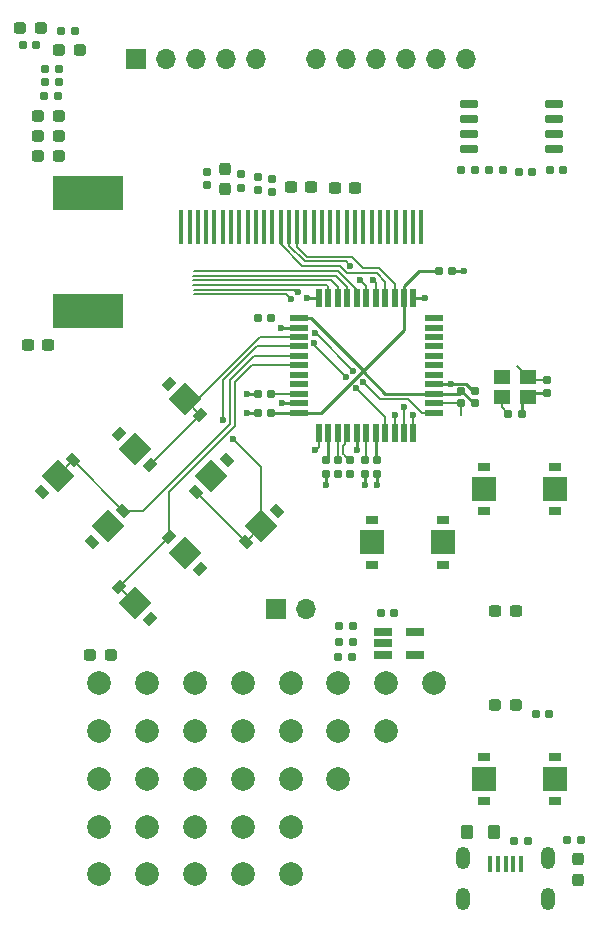
<source format=gbr>
%TF.GenerationSoftware,KiCad,Pcbnew,(6.0.5)*%
%TF.CreationDate,2023-05-01T10:01:18+02:00*%
%TF.ProjectId,arduboy_AS_flavor,61726475-626f-4795-9f41-535f666c6176,rev?*%
%TF.SameCoordinates,Original*%
%TF.FileFunction,Copper,L1,Top*%
%TF.FilePolarity,Positive*%
%FSLAX46Y46*%
G04 Gerber Fmt 4.6, Leading zero omitted, Abs format (unit mm)*
G04 Created by KiCad (PCBNEW (6.0.5)) date 2023-05-01 10:01:18*
%MOMM*%
%LPD*%
G01*
G04 APERTURE LIST*
G04 Aperture macros list*
%AMRoundRect*
0 Rectangle with rounded corners*
0 $1 Rounding radius*
0 $2 $3 $4 $5 $6 $7 $8 $9 X,Y pos of 4 corners*
0 Add a 4 corners polygon primitive as box body*
4,1,4,$2,$3,$4,$5,$6,$7,$8,$9,$2,$3,0*
0 Add four circle primitives for the rounded corners*
1,1,$1+$1,$2,$3*
1,1,$1+$1,$4,$5*
1,1,$1+$1,$6,$7*
1,1,$1+$1,$8,$9*
0 Add four rect primitives between the rounded corners*
20,1,$1+$1,$2,$3,$4,$5,0*
20,1,$1+$1,$4,$5,$6,$7,0*
20,1,$1+$1,$6,$7,$8,$9,0*
20,1,$1+$1,$8,$9,$2,$3,0*%
%AMRotRect*
0 Rectangle, with rotation*
0 The origin of the aperture is its center*
0 $1 length*
0 $2 width*
0 $3 Rotation angle, in degrees counterclockwise*
0 Add horizontal line*
21,1,$1,$2,0,0,$3*%
G04 Aperture macros list end*
%TA.AperFunction,SMDPad,CuDef*%
%ADD10R,0.550000X1.500000*%
%TD*%
%TA.AperFunction,SMDPad,CuDef*%
%ADD11R,1.500000X0.550000*%
%TD*%
%TA.AperFunction,SMDPad,CuDef*%
%ADD12RoundRect,0.155000X-0.155000X0.212500X-0.155000X-0.212500X0.155000X-0.212500X0.155000X0.212500X0*%
%TD*%
%TA.AperFunction,SMDPad,CuDef*%
%ADD13RoundRect,0.155000X-0.212500X-0.155000X0.212500X-0.155000X0.212500X0.155000X-0.212500X0.155000X0*%
%TD*%
%TA.AperFunction,SMDPad,CuDef*%
%ADD14RoundRect,0.155000X0.155000X-0.212500X0.155000X0.212500X-0.155000X0.212500X-0.155000X-0.212500X0*%
%TD*%
%TA.AperFunction,SMDPad,CuDef*%
%ADD15RoundRect,0.237500X-0.300000X-0.237500X0.300000X-0.237500X0.300000X0.237500X-0.300000X0.237500X0*%
%TD*%
%TA.AperFunction,SMDPad,CuDef*%
%ADD16RoundRect,0.155000X0.212500X0.155000X-0.212500X0.155000X-0.212500X-0.155000X0.212500X-0.155000X0*%
%TD*%
%TA.AperFunction,SMDPad,CuDef*%
%ADD17RoundRect,0.237500X0.287500X0.237500X-0.287500X0.237500X-0.287500X-0.237500X0.287500X-0.237500X0*%
%TD*%
%TA.AperFunction,SMDPad,CuDef*%
%ADD18RoundRect,0.237500X0.237500X-0.287500X0.237500X0.287500X-0.237500X0.287500X-0.237500X-0.287500X0*%
%TD*%
%TA.AperFunction,SMDPad,CuDef*%
%ADD19RoundRect,0.237500X-0.287500X-0.237500X0.287500X-0.237500X0.287500X0.237500X-0.287500X0.237500X0*%
%TD*%
%TA.AperFunction,SMDPad,CuDef*%
%ADD20RoundRect,0.250000X-0.275000X-0.350000X0.275000X-0.350000X0.275000X0.350000X-0.275000X0.350000X0*%
%TD*%
%TA.AperFunction,ComponentPad*%
%ADD21O,1.700000X1.700000*%
%TD*%
%TA.AperFunction,ComponentPad*%
%ADD22R,1.700000X1.700000*%
%TD*%
%TA.AperFunction,SMDPad,CuDef*%
%ADD23RoundRect,0.237500X0.237500X-0.300000X0.237500X0.300000X-0.237500X0.300000X-0.237500X-0.300000X0*%
%TD*%
%TA.AperFunction,SMDPad,CuDef*%
%ADD24RoundRect,0.150000X-0.650000X-0.150000X0.650000X-0.150000X0.650000X0.150000X-0.650000X0.150000X0*%
%TD*%
%TA.AperFunction,SMDPad,CuDef*%
%ADD25R,1.560000X0.650000*%
%TD*%
%TA.AperFunction,SMDPad,CuDef*%
%ADD26R,1.000000X0.750000*%
%TD*%
%TA.AperFunction,SMDPad,CuDef*%
%ADD27R,2.000000X2.000000*%
%TD*%
%TA.AperFunction,SMDPad,CuDef*%
%ADD28RotRect,2.000000X2.000000X225.000000*%
%TD*%
%TA.AperFunction,SMDPad,CuDef*%
%ADD29RotRect,1.000000X0.750000X225.000000*%
%TD*%
%TA.AperFunction,SMDPad,CuDef*%
%ADD30RotRect,1.000000X0.750000X315.000000*%
%TD*%
%TA.AperFunction,SMDPad,CuDef*%
%ADD31RotRect,2.000000X2.000000X315.000000*%
%TD*%
%TA.AperFunction,SMDPad,CuDef*%
%ADD32RotRect,1.000000X0.750000X135.000000*%
%TD*%
%TA.AperFunction,SMDPad,CuDef*%
%ADD33RotRect,2.000000X2.000000X135.000000*%
%TD*%
%TA.AperFunction,SMDPad,CuDef*%
%ADD34RotRect,1.000000X0.750000X45.000000*%
%TD*%
%TA.AperFunction,SMDPad,CuDef*%
%ADD35RotRect,2.000000X2.000000X45.000000*%
%TD*%
%TA.AperFunction,SMDPad,CuDef*%
%ADD36R,0.350000X3.000000*%
%TD*%
%TA.AperFunction,SMDPad,CuDef*%
%ADD37R,0.400000X1.400000*%
%TD*%
%TA.AperFunction,ComponentPad*%
%ADD38O,1.250000X1.900000*%
%TD*%
%TA.AperFunction,SMDPad,CuDef*%
%ADD39R,1.400000X1.200000*%
%TD*%
%TA.AperFunction,SMDPad,CuDef*%
%ADD40R,6.000000X3.000000*%
%TD*%
%TA.AperFunction,SMDPad,CuDef*%
%ADD41C,2.000000*%
%TD*%
%TA.AperFunction,ViaPad*%
%ADD42C,0.600000*%
%TD*%
%TA.AperFunction,Conductor*%
%ADD43C,0.200000*%
%TD*%
%TA.AperFunction,Conductor*%
%ADD44C,0.250000*%
%TD*%
G04 APERTURE END LIST*
D10*
%TO.P,U1,1,PE6*%
%TO.N,Btn_A*%
X48500000Y-63700000D03*
%TO.P,U1,2,UVCC*%
%TO.N,+5V*%
X49300000Y-63700000D03*
%TO.P,U1,3,D-*%
%TO.N,D-*%
X50100000Y-63700000D03*
%TO.P,U1,4,D+*%
%TO.N,D+*%
X50900000Y-63700000D03*
%TO.P,U1,5,UGND*%
%TO.N,GND*%
X51700000Y-63700000D03*
%TO.P,U1,6,UCAP*%
%TO.N,UCAP*%
X52500000Y-63700000D03*
%TO.P,U1,7,VBUS*%
%TO.N,+5V*%
X53300000Y-63700000D03*
%TO.P,U1,8,PB0*%
%TO.N,RX_LED*%
X54100000Y-63700000D03*
%TO.P,U1,9,PB1*%
%TO.N,SCK*%
X54900000Y-63700000D03*
%TO.P,U1,10,PB2*%
%TO.N,MOSI*%
X55700000Y-63700000D03*
%TO.P,U1,11,PB3*%
%TO.N,MISO*%
X56500000Y-63700000D03*
D11*
%TO.P,U1,12,PB7*%
%TO.N,LED_G*%
X58200000Y-62000000D03*
%TO.P,U1,13,~{RESET}*%
%TO.N,RST*%
X58200000Y-61200000D03*
%TO.P,U1,14,VCC*%
%TO.N,VCC*%
X58200000Y-60400000D03*
%TO.P,U1,15,GND*%
%TO.N,GND*%
X58200000Y-59600000D03*
%TO.P,U1,16,XTAL2*%
%TO.N,XTAL2*%
X58200000Y-58800000D03*
%TO.P,U1,17,XTAL1*%
%TO.N,XTAL1*%
X58200000Y-58000000D03*
%TO.P,U1,18,PD0*%
%TO.N,SCL*%
X58200000Y-57200000D03*
%TO.P,U1,19,PD1*%
%TO.N,SDA+FCS*%
X58200000Y-56400000D03*
%TO.P,U1,20,PD2*%
%TO.N,RX*%
X58200000Y-55600000D03*
%TO.P,U1,21,PD3*%
%TO.N,TX*%
X58200000Y-54800000D03*
%TO.P,U1,22,PD5*%
%TO.N,TX_LED*%
X58200000Y-54000000D03*
D10*
%TO.P,U1,23,GND*%
%TO.N,GND*%
X56500000Y-52300000D03*
%TO.P,U1,24,AVCC*%
%TO.N,VCC*%
X55700000Y-52300000D03*
%TO.P,U1,25,PD4*%
%TO.N,OLED_DC*%
X54900000Y-52300000D03*
%TO.P,U1,26,PD6*%
%TO.N,OLED_CS*%
X54100000Y-52300000D03*
%TO.P,U1,27,PD7*%
%TO.N,OLED_RST*%
X53300000Y-52300000D03*
%TO.P,U1,28,PB4*%
%TO.N,Btn_B*%
X52500000Y-52300000D03*
%TO.P,U1,29,PB5*%
%TO.N,LED_B*%
X51700000Y-52300000D03*
%TO.P,U1,30,PB6*%
%TO.N,LED_R*%
X50900000Y-52300000D03*
%TO.P,U1,31,PC6*%
%TO.N,SPKR1*%
X50100000Y-52300000D03*
%TO.P,U1,32,PC7*%
%TO.N,SPKR2*%
X49300000Y-52300000D03*
%TO.P,U1,33,~{HWB}/PE2*%
%TO.N,GND*%
X48500000Y-52300000D03*
D11*
%TO.P,U1,34,VCC*%
%TO.N,VCC*%
X46800000Y-54000000D03*
%TO.P,U1,35,GND*%
%TO.N,GND*%
X46800000Y-54800000D03*
%TO.P,U1,36,PF7*%
%TO.N,Btn_UP*%
X46800000Y-55600000D03*
%TO.P,U1,37,PF6*%
%TO.N,Btn_RIGHT*%
X46800000Y-56400000D03*
%TO.P,U1,38,PF5*%
%TO.N,Btn_LEFT*%
X46800000Y-57200000D03*
%TO.P,U1,39,PF4*%
%TO.N,Btn_DOWN*%
X46800000Y-58000000D03*
%TO.P,U1,40,PF1*%
%TO.N,EN*%
X46800000Y-58800000D03*
%TO.P,U1,41,PF0*%
%TO.N,A5*%
X46800000Y-59600000D03*
%TO.P,U1,42,AREF*%
%TO.N,AREF*%
X46800000Y-60400000D03*
%TO.P,U1,43,GND*%
%TO.N,GND*%
X46800000Y-61200000D03*
%TO.P,U1,44,AVCC*%
%TO.N,VCC*%
X46800000Y-62000000D03*
%TD*%
D12*
%TO.P,C2,1*%
%TO.N,XTAL1*%
X67800000Y-59232500D03*
%TO.P,C2,2*%
%TO.N,GND*%
X67800000Y-60367500D03*
%TD*%
D13*
%TO.P,C3,1*%
%TO.N,XTAL2*%
X64532500Y-62100000D03*
%TO.P,C3,2*%
%TO.N,GND*%
X65667500Y-62100000D03*
%TD*%
%TO.P,C4,1*%
%TO.N,VCC*%
X68032500Y-41500000D03*
%TO.P,C4,2*%
%TO.N,GND*%
X69167500Y-41500000D03*
%TD*%
D14*
%TO.P,C5,1*%
%TO.N,Net-(C5-Pad1)*%
X39000000Y-42767500D03*
%TO.P,C5,2*%
%TO.N,Net-(C5-Pad2)*%
X39000000Y-41632500D03*
%TD*%
%TO.P,C6,1*%
%TO.N,Net-(C6-Pad1)*%
X41900000Y-42967500D03*
%TO.P,C6,2*%
%TO.N,Net-(C6-Pad2)*%
X41900000Y-41832500D03*
%TD*%
D15*
%TO.P,C7,1*%
%TO.N,VCC*%
X63437500Y-78800000D03*
%TO.P,C7,2*%
%TO.N,GND*%
X65162500Y-78800000D03*
%TD*%
D14*
%TO.P,C10,1*%
%TO.N,VCC*%
X43300000Y-43167500D03*
%TO.P,C10,2*%
%TO.N,GND*%
X43300000Y-42032500D03*
%TD*%
%TO.P,C11,1*%
%TO.N,VCC*%
X44500000Y-43367500D03*
%TO.P,C11,2*%
%TO.N,GND*%
X44500000Y-42232500D03*
%TD*%
D13*
%TO.P,C12,1*%
%TO.N,+BATT*%
X53732500Y-79000000D03*
%TO.P,C12,2*%
%TO.N,GND*%
X54867500Y-79000000D03*
%TD*%
%TO.P,C13,1*%
%TO.N,+5V*%
X50132500Y-82700000D03*
%TO.P,C13,2*%
%TO.N,GND*%
X51267500Y-82700000D03*
%TD*%
D15*
%TO.P,C14,1*%
%TO.N,Net-(C14-Pad1)*%
X46137500Y-42900000D03*
%TO.P,C14,2*%
%TO.N,GND*%
X47862500Y-42900000D03*
%TD*%
%TO.P,C15,1*%
%TO.N,Net-(C15-Pad1)*%
X49837500Y-43000000D03*
%TO.P,C15,2*%
%TO.N,GND*%
X51562500Y-43000000D03*
%TD*%
D16*
%TO.P,C16,1*%
%TO.N,AREF*%
X44467500Y-60400000D03*
%TO.P,C16,2*%
%TO.N,GND*%
X43332500Y-60400000D03*
%TD*%
D12*
%TO.P,C17,1*%
%TO.N,+5V*%
X49100000Y-66032500D03*
%TO.P,C17,2*%
%TO.N,GND*%
X49100000Y-67167500D03*
%TD*%
D16*
%TO.P,C19,1*%
%TO.N,VCC*%
X44467500Y-62000000D03*
%TO.P,C19,2*%
%TO.N,GND*%
X43332500Y-62000000D03*
%TD*%
D13*
%TO.P,C20,1*%
%TO.N,VCC*%
X60532500Y-60200000D03*
%TO.P,C20,2*%
%TO.N,GND*%
X61667500Y-60200000D03*
%TD*%
%TO.P,C21,1*%
%TO.N,VCC*%
X58632500Y-50000000D03*
%TO.P,C21,2*%
%TO.N,GND*%
X59767500Y-50000000D03*
%TD*%
D16*
%TO.P,C22,1*%
%TO.N,VCC*%
X44467500Y-54000000D03*
%TO.P,C22,2*%
%TO.N,GND*%
X43332500Y-54000000D03*
%TD*%
D13*
%TO.P,C27,1*%
%TO.N,+5V*%
X65032500Y-98300000D03*
%TO.P,C27,2*%
%TO.N,GND*%
X66167500Y-98300000D03*
%TD*%
D17*
%TO.P,D2,1,K*%
%TO.N,Net-(D2-Pad1)*%
X26475000Y-40300000D03*
%TO.P,D2,2,A*%
%TO.N,VCC*%
X24725000Y-40300000D03*
%TD*%
D18*
%TO.P,D5,1,K*%
%TO.N,GND*%
X70400000Y-101575000D03*
%TO.P,D5,2,A*%
%TO.N,Net-(D5-Pad2)*%
X70400000Y-99825000D03*
%TD*%
D19*
%TO.P,D6,1,K*%
%TO.N,GND*%
X63425000Y-86800000D03*
%TO.P,D6,2,A*%
%TO.N,Net-(D6-Pad2)*%
X65175000Y-86800000D03*
%TD*%
%TO.P,D9,1,K*%
%TO.N,GND*%
X26525000Y-31300000D03*
%TO.P,D9,2,A*%
%TO.N,Net-(D9-Pad2)*%
X28275000Y-31300000D03*
%TD*%
D20*
%TO.P,FB1,1*%
%TO.N,+5V*%
X61050000Y-97500000D03*
%TO.P,FB1,2*%
%TO.N,VBUS*%
X63350000Y-97500000D03*
%TD*%
D21*
%TO.P,J2,1,Pin_1*%
%TO.N,VCC*%
X60970000Y-32100000D03*
%TO.P,J2,2,Pin_2*%
%TO.N,GND*%
X58430000Y-32100000D03*
%TO.P,J2,3,Pin_3*%
%TO.N,RST*%
X55890000Y-32100000D03*
%TO.P,J2,4,Pin_4*%
%TO.N,SCLK*%
X53350000Y-32100000D03*
%TO.P,J2,5,Pin_5*%
%TO.N,MOSI*%
X50810000Y-32100000D03*
%TO.P,J2,6,Pin_6*%
%TO.N,MISO*%
X48270000Y-32100000D03*
%TO.P,J2,8,Pin_8*%
%TO.N,A5*%
X43190000Y-32100000D03*
%TO.P,J2,9,Pin_9*%
%TO.N,RX*%
X40650000Y-32100000D03*
%TO.P,J2,10,Pin_10*%
%TO.N,SCL*%
X38110000Y-32100000D03*
%TO.P,J2,11,Pin_11*%
%TO.N,SDA+FCS*%
X35570000Y-32100000D03*
D22*
%TO.P,J2,12,Pin_12*%
%TO.N,TX*%
X33030000Y-32100000D03*
%TD*%
D16*
%TO.P,R1,1*%
%TO.N,VCC*%
X61667500Y-61200000D03*
%TO.P,R1,2*%
%TO.N,RST*%
X60532500Y-61200000D03*
%TD*%
D13*
%TO.P,R2,1*%
%TO.N,VCC*%
X60532500Y-41500000D03*
%TO.P,R2,2*%
%TO.N,SDA+FCS*%
X61667500Y-41500000D03*
%TD*%
%TO.P,R3,1*%
%TO.N,VCC*%
X65432500Y-41600000D03*
%TO.P,R3,2*%
%TO.N,/~{WP}*%
X66567500Y-41600000D03*
%TD*%
%TO.P,R4,1*%
%TO.N,VCC*%
X62932500Y-41500000D03*
%TO.P,R4,2*%
%TO.N,/~{HOLD}*%
X64067500Y-41500000D03*
%TD*%
%TO.P,R6,1*%
%TO.N,+5V*%
X69532500Y-98200000D03*
%TO.P,R6,2*%
%TO.N,Net-(D5-Pad2)*%
X70667500Y-98200000D03*
%TD*%
%TO.P,R7,1*%
%TO.N,VCC*%
X66832500Y-87500000D03*
%TO.P,R7,2*%
%TO.N,Net-(D6-Pad2)*%
X67967500Y-87500000D03*
%TD*%
%TO.P,R9,1*%
%TO.N,Net-(D2-Pad1)*%
X25232500Y-35200000D03*
%TO.P,R9,2*%
%TO.N,LED_R*%
X26367500Y-35200000D03*
%TD*%
%TO.P,R10,1*%
%TO.N,Net-(D3-Pad1)*%
X25332500Y-32900000D03*
%TO.P,R10,2*%
%TO.N,LED_G*%
X26467500Y-32900000D03*
%TD*%
%TO.P,R11,1*%
%TO.N,Net-(D4-Pad1)*%
X25332500Y-34000000D03*
%TO.P,R11,2*%
%TO.N,LED_B*%
X26467500Y-34000000D03*
%TD*%
%TO.P,R12,1*%
%TO.N,+5V*%
X50232500Y-80100000D03*
%TO.P,R12,2*%
%TO.N,Net-(D7-Pad2)*%
X51367500Y-80100000D03*
%TD*%
%TO.P,R13,1*%
%TO.N,RX_LED*%
X23432500Y-30900000D03*
%TO.P,R13,2*%
%TO.N,Net-(D8-Pad2)*%
X24567500Y-30900000D03*
%TD*%
%TO.P,R14,1*%
%TO.N,TX_LED*%
X26665000Y-29700000D03*
%TO.P,R14,2*%
%TO.N,Net-(D9-Pad2)*%
X27800000Y-29700000D03*
%TD*%
D15*
%TO.P,R15,1*%
%TO.N,SPKR1*%
X23837500Y-56300000D03*
%TO.P,R15,2*%
%TO.N,Net-(JP1-Pad2)*%
X25562500Y-56300000D03*
%TD*%
D13*
%TO.P,R16,1*%
%TO.N,Net-(R16-Pad1)*%
X50232500Y-81400000D03*
%TO.P,R16,2*%
%TO.N,GND*%
X51367500Y-81400000D03*
%TD*%
D23*
%TO.P,R17,1*%
%TO.N,Net-(J1-Pad26)*%
X40500000Y-43062500D03*
%TO.P,R17,2*%
%TO.N,GND*%
X40500000Y-41337500D03*
%TD*%
D14*
%TO.P,R20,1*%
%TO.N,/USB_D+*%
X51100000Y-67167500D03*
%TO.P,R20,2*%
%TO.N,D+*%
X51100000Y-66032500D03*
%TD*%
%TO.P,R21,1*%
%TO.N,/USB_D-*%
X50100000Y-67167500D03*
%TO.P,R21,2*%
%TO.N,D-*%
X50100000Y-66032500D03*
%TD*%
D24*
%TO.P,U2,1,~{CS}*%
%TO.N,SDA+FCS*%
X61200000Y-35895000D03*
%TO.P,U2,2,DO(IO1)*%
%TO.N,MISO*%
X61200000Y-37165000D03*
%TO.P,U2,3,IO2*%
%TO.N,/~{WP}*%
X61200000Y-38435000D03*
%TO.P,U2,4,GND*%
%TO.N,GND*%
X61200000Y-39705000D03*
%TO.P,U2,5,DI(IO0)*%
%TO.N,MOSI*%
X68400000Y-39705000D03*
%TO.P,U2,6,CLK*%
%TO.N,SCLK*%
X68400000Y-38435000D03*
%TO.P,U2,7,IO3*%
%TO.N,/~{HOLD}*%
X68400000Y-37165000D03*
%TO.P,U2,8,VCC*%
%TO.N,VCC*%
X68400000Y-35895000D03*
%TD*%
D25*
%TO.P,U4,1,~{CHRG}*%
%TO.N,Net-(D7-Pad1)*%
X53900000Y-80600000D03*
%TO.P,U4,2,GND*%
%TO.N,GND*%
X53900000Y-81550000D03*
%TO.P,U4,3,BAT*%
%TO.N,+BATT*%
X53900000Y-82500000D03*
%TO.P,U4,4,VCC*%
%TO.N,+5V*%
X56600000Y-82500000D03*
%TO.P,U4,5,PROG*%
%TO.N,Net-(R16-Pad1)*%
X56600000Y-80600000D03*
%TD*%
D26*
%TO.P,SW1,1,1*%
%TO.N,GND*%
X68500000Y-91125000D03*
X62500000Y-91125000D03*
D27*
X62500000Y-93000000D03*
%TO.P,SW1,2,2*%
%TO.N,RST*%
X68500000Y-93000000D03*
D26*
X62500000Y-94875000D03*
X68500000Y-94875000D03*
%TD*%
D28*
%TO.P,SW2,1,1*%
%TO.N,Btn_UP*%
X37121320Y-60878680D03*
D29*
X34204505Y-66447146D03*
X38447146Y-62204505D03*
D28*
%TO.P,SW2,2,2*%
%TO.N,GND*%
X32878680Y-65121320D03*
D29*
X31552854Y-63795495D03*
X35795495Y-59552854D03*
%TD*%
D30*
%TO.P,SW4,1,1*%
%TO.N,Btn_LEFT*%
X31947146Y-70295495D03*
X27704505Y-66052854D03*
D31*
X26378680Y-67378680D03*
D30*
%TO.P,SW4,2,2*%
%TO.N,GND*%
X29295495Y-72947146D03*
D31*
X30621320Y-71621320D03*
D30*
X25052854Y-68704505D03*
%TD*%
D32*
%TO.P,SW5,1,1*%
%TO.N,Btn_RIGHT*%
X38052854Y-68704505D03*
X42295495Y-72947146D03*
D33*
X43621320Y-71621320D03*
D32*
%TO.P,SW5,2,2*%
%TO.N,GND*%
X40704505Y-66052854D03*
X44947146Y-70295495D03*
D33*
X39378680Y-67378680D03*
%TD*%
D27*
%TO.P,SW6,1,1*%
%TO.N,Btn_A*%
X53000000Y-73000000D03*
D26*
X53000000Y-71125000D03*
X59000000Y-71125000D03*
%TO.P,SW6,2,2*%
%TO.N,GND*%
X59000000Y-74875000D03*
X53000000Y-74875000D03*
D27*
X59000000Y-73000000D03*
%TD*%
%TO.P,SW7,1,1*%
%TO.N,Btn_B*%
X68500000Y-68500000D03*
D26*
X62500000Y-70375000D03*
X68500000Y-70375000D03*
%TO.P,SW7,2,2*%
%TO.N,GND*%
X62500000Y-66625000D03*
D27*
X62500000Y-68500000D03*
D26*
X68500000Y-66625000D03*
%TD*%
D34*
%TO.P,SW3,1,1*%
%TO.N,Btn_DOWN*%
X35795495Y-72552854D03*
D35*
X32878680Y-78121320D03*
D34*
X31552854Y-76795495D03*
D35*
%TO.P,SW3,2,2*%
%TO.N,GND*%
X37121320Y-73878680D03*
D34*
X34204505Y-79447146D03*
X38447146Y-75204505D03*
%TD*%
D36*
%TO.P,J1,1,NC*%
%TO.N,unconnected-(J1-Pad1)*%
X36850000Y-46300000D03*
%TO.P,J1,2,C2P*%
%TO.N,Net-(C5-Pad1)*%
X37550000Y-46300000D03*
%TO.P,J1,3,C2N*%
%TO.N,Net-(C5-Pad2)*%
X38250000Y-46300000D03*
%TO.P,J1,4,C1P*%
%TO.N,Net-(C6-Pad1)*%
X38950000Y-46300000D03*
%TO.P,J1,5,C1N*%
%TO.N,Net-(C6-Pad2)*%
X39650000Y-46300000D03*
%TO.P,J1,6,VBAT*%
%TO.N,VCC*%
X40350000Y-46300000D03*
%TO.P,J1,7,VSS*%
%TO.N,GND*%
X41050000Y-46300000D03*
%TO.P,J1,8,VSS*%
X41750000Y-46300000D03*
%TO.P,J1,9,VDD*%
%TO.N,VCC*%
X42450000Y-46300000D03*
%TO.P,J1,10,BS0*%
%TO.N,GND*%
X43150000Y-46300000D03*
%TO.P,J1,11,BS1*%
X43850000Y-46300000D03*
%TO.P,J1,12,BS2*%
X44550000Y-46300000D03*
%TO.P,J1,13,~{CS}*%
%TO.N,OLED_CS*%
X45250000Y-46300000D03*
%TO.P,J1,14,~{RST}*%
%TO.N,OLED_RST*%
X45950000Y-46300000D03*
%TO.P,J1,15,~{DC}*%
%TO.N,OLED_DC*%
X46650000Y-46300000D03*
%TO.P,J1,16,R/~{W}*%
%TO.N,GND*%
X47350000Y-46300000D03*
%TO.P,J1,17,E/~{RD}*%
X48050000Y-46300000D03*
%TO.P,J1,18,D0*%
%TO.N,SCK*%
X48750000Y-46300000D03*
%TO.P,J1,19,D1*%
%TO.N,MOSI*%
X49450000Y-46300000D03*
%TO.P,J1,20,D2*%
%TO.N,unconnected-(J1-Pad20)*%
X50150000Y-46300000D03*
%TO.P,J1,21,D3*%
%TO.N,unconnected-(J1-Pad21)*%
X50850000Y-46300000D03*
%TO.P,J1,22,D4*%
%TO.N,unconnected-(J1-Pad22)*%
X51550000Y-46300000D03*
%TO.P,J1,23,D5*%
%TO.N,unconnected-(J1-Pad23)*%
X52250000Y-46300000D03*
%TO.P,J1,24,D6*%
%TO.N,unconnected-(J1-Pad24)*%
X52950000Y-46300000D03*
%TO.P,J1,25,D7*%
%TO.N,unconnected-(J1-Pad25)*%
X53650000Y-46300000D03*
%TO.P,J1,26,IREF*%
%TO.N,Net-(J1-Pad26)*%
X54350000Y-46300000D03*
%TO.P,J1,27,VCMH*%
%TO.N,Net-(C14-Pad1)*%
X55050000Y-46300000D03*
%TO.P,J1,28,VCC*%
%TO.N,Net-(C15-Pad1)*%
X55750000Y-46300000D03*
%TO.P,J1,29,NC*%
%TO.N,unconnected-(J1-Pad29)*%
X56450000Y-46300000D03*
%TO.P,J1,30,NC*%
%TO.N,unconnected-(J1-Pad30)*%
X57150000Y-46300000D03*
%TD*%
D37*
%TO.P,J3,1,VBUS*%
%TO.N,VBUS*%
X63000000Y-100200000D03*
%TO.P,J3,2,D-*%
%TO.N,/USB_D-*%
X63650000Y-100200000D03*
%TO.P,J3,3,D+*%
%TO.N,/USB_D+*%
X64300000Y-100200000D03*
%TO.P,J3,4,ID*%
%TO.N,Net-(J3-Pad4)*%
X64950000Y-100200000D03*
%TO.P,J3,5,GND*%
%TO.N,GND*%
X65600000Y-100200000D03*
D38*
%TO.P,J3,6,Shield*%
%TO.N,unconnected-(J3-Pad6)*%
X60725000Y-99700000D03*
X60725000Y-103150000D03*
X67875000Y-99700000D03*
X67875000Y-103150000D03*
%TD*%
D39*
%TO.P,Y1,1,1*%
%TO.N,XTAL2*%
X64000000Y-60650000D03*
%TO.P,Y1,2,2*%
%TO.N,GND*%
X66200000Y-60650000D03*
%TO.P,Y1,3,3*%
%TO.N,XTAL1*%
X66200000Y-58950000D03*
%TO.P,Y1,4,4*%
%TO.N,GND*%
X64000000Y-58950000D03*
%TD*%
D17*
%TO.P,D3,1,K*%
%TO.N,Net-(D3-Pad1)*%
X26475000Y-38600000D03*
%TO.P,D3,2,A*%
%TO.N,VCC*%
X24725000Y-38600000D03*
%TD*%
%TO.P,D4,1,K*%
%TO.N,Net-(D4-Pad1)*%
X26475000Y-36900000D03*
%TO.P,D4,2,A*%
%TO.N,VCC*%
X24725000Y-36900000D03*
%TD*%
D40*
%TO.P,JP1,1,1*%
%TO.N,SPKR2*%
X28900000Y-53400000D03*
%TO.P,JP1,2,2*%
%TO.N,Net-(JP1-Pad2)*%
X28900000Y-43400000D03*
%TD*%
D19*
%TO.P,D8,1,K*%
%TO.N,GND*%
X23225000Y-29400000D03*
%TO.P,D8,2,A*%
%TO.N,Net-(D8-Pad2)*%
X24975000Y-29400000D03*
%TD*%
D17*
%TO.P,D7,1,K*%
%TO.N,Net-(D7-Pad1)*%
X30875000Y-82500000D03*
%TO.P,D7,2,A*%
%TO.N,Net-(D7-Pad2)*%
X29125000Y-82500000D03*
%TD*%
D22*
%TO.P,JP2,1,1*%
%TO.N,GND*%
X44900000Y-78600000D03*
D21*
%TO.P,JP2,2,2*%
%TO.N,+BATT*%
X47440000Y-78600000D03*
%TD*%
D12*
%TO.P,C18,1*%
%TO.N,+5V*%
X53400000Y-66032500D03*
%TO.P,C18,2*%
%TO.N,GND*%
X53400000Y-67167500D03*
%TD*%
%TO.P,C28,1*%
%TO.N,UCAP*%
X52400000Y-66032500D03*
%TO.P,C28,2*%
%TO.N,GND*%
X52400000Y-67167500D03*
%TD*%
D41*
%TO.P,TP29,1,1*%
%TO.N,+3V3*%
X46100000Y-97050000D03*
%TD*%
%TO.P,TP32,1,1*%
%TO.N,GND*%
X58250000Y-84900000D03*
%TD*%
%TO.P,TP14,1,1*%
%TO.N,OLED_CS*%
X42050000Y-93000000D03*
%TD*%
%TO.P,TP28,1,1*%
%TO.N,SPKR1*%
X42050000Y-101100000D03*
%TD*%
%TO.P,TP2,1,1*%
%TO.N,SDA+FCS*%
X46100000Y-93000000D03*
%TD*%
%TO.P,TP27,1,1*%
%TO.N,Btn_DOWN*%
X38000000Y-93000000D03*
%TD*%
%TO.P,TP17,1,1*%
%TO.N,Btn_A*%
X33950000Y-101100000D03*
%TD*%
%TO.P,TP23,1,1*%
%TO.N,Btn_RIGHT*%
X29900000Y-101100000D03*
%TD*%
%TO.P,TP30,1,1*%
%TO.N,VCC*%
X54200000Y-88950000D03*
%TD*%
%TO.P,TP26,1,1*%
%TO.N,SPKR2*%
X54200000Y-84900000D03*
%TD*%
%TO.P,TP9,1,1*%
%TO.N,LED_B*%
X33950000Y-88950000D03*
%TD*%
%TO.P,TP15,1,1*%
%TO.N,SCK*%
X38000000Y-88950000D03*
%TD*%
%TO.P,TP19,1,1*%
%TO.N,Btn_B*%
X38000000Y-84900000D03*
%TD*%
%TO.P,TP5,1,1*%
%TO.N,LED_G*%
X33950000Y-84900000D03*
%TD*%
%TO.P,TP4,1,1*%
%TO.N,SCL_3V3*%
X50150000Y-88950000D03*
%TD*%
%TO.P,TP10,1,1*%
%TO.N,OLED_DC*%
X50150000Y-84900000D03*
%TD*%
%TO.P,TP18,1,1*%
%TO.N,EN*%
X42050000Y-88950000D03*
%TD*%
%TO.P,TP12,1,1*%
%TO.N,OLED_RST*%
X38000000Y-97050000D03*
%TD*%
%TO.P,TP22,1,1*%
%TO.N,TX*%
X38000000Y-101100000D03*
%TD*%
%TO.P,TP25,1,1*%
%TO.N,Btn_LEFT*%
X33950000Y-97050000D03*
%TD*%
%TO.P,TP13,1,1*%
%TO.N,MOSI*%
X33950000Y-93000000D03*
%TD*%
%TO.P,TP11,1,1*%
%TO.N,MISO*%
X29900000Y-97050000D03*
%TD*%
%TO.P,TP3,1,1*%
%TO.N,RST*%
X29900000Y-84900000D03*
%TD*%
%TO.P,TP16,1,1*%
%TO.N,Net-(J3-Pad4)*%
X46100000Y-101100000D03*
%TD*%
%TO.P,TP20,1,1*%
%TO.N,A5*%
X46100000Y-84900000D03*
%TD*%
%TO.P,TP21,1,1*%
%TO.N,Btn_UP*%
X42050000Y-84900000D03*
%TD*%
%TO.P,TP31,1,1*%
%TO.N,+5V*%
X50150000Y-93000000D03*
%TD*%
%TO.P,TP8,1,1*%
%TO.N,TX_LED*%
X46100000Y-88950000D03*
%TD*%
%TO.P,TP7,1,1*%
%TO.N,LED_R*%
X29900000Y-93000000D03*
%TD*%
%TO.P,TP24,1,1*%
%TO.N,RX*%
X42050000Y-97050000D03*
%TD*%
%TO.P,TP6,1,1*%
%TO.N,RX_LED*%
X29900000Y-88950000D03*
%TD*%
D42*
%TO.N,GND*%
X57500000Y-52300000D03*
X52400000Y-68100000D03*
X45400000Y-61200000D03*
X47500000Y-52300000D03*
X53400000Y-68100000D03*
X60800000Y-50000000D03*
X42400000Y-60400000D03*
X45300000Y-54800000D03*
X51700000Y-65200000D03*
X59700000Y-59600000D03*
X42400000Y-62000000D03*
X49100000Y-68100000D03*
%TO.N,MOSI*%
X55700000Y-61500000D03*
%TO.N,SCK*%
X54900000Y-62200000D03*
%TO.N,OLED_RST*%
X51164963Y-49600000D03*
X53100000Y-50800000D03*
%TO.N,MISO*%
X56500000Y-62200000D03*
%TO.N,LED_G*%
X51358058Y-58441942D03*
X52200000Y-59383884D03*
X46700000Y-51800000D03*
X48200000Y-55300000D03*
%TO.N,RX_LED*%
X51634313Y-59949571D03*
X46100000Y-52414579D03*
X48048440Y-56085514D03*
X50800486Y-59015629D03*
%TO.N,Btn_RIGHT*%
X40400000Y-62642886D03*
X41200000Y-64200000D03*
%TO.N,Btn_A*%
X48200000Y-65200000D03*
%TO.N,Btn_B*%
X52000000Y-50800000D03*
%TD*%
D43*
%TO.N,RST*%
X60532500Y-61200000D02*
X60532500Y-62200000D01*
X60532500Y-61200000D02*
X58200000Y-61200000D01*
D44*
%TO.N,GND*%
X43332500Y-60400000D02*
X42400000Y-60400000D01*
X46800000Y-54800000D02*
X45300000Y-54800000D01*
X60943828Y-59564990D02*
X59735010Y-59564990D01*
X65667500Y-61182500D02*
X66200000Y-60650000D01*
X61667500Y-60200000D02*
X61578838Y-60200000D01*
X47700000Y-52300000D02*
X47500000Y-52300000D01*
X48500000Y-52300000D02*
X47700000Y-52300000D01*
X59735010Y-59564990D02*
X59700000Y-59600000D01*
X43332500Y-62000000D02*
X42400000Y-62000000D01*
X59767500Y-50000000D02*
X60800000Y-50000000D01*
X67800000Y-60367500D02*
X66482500Y-60367500D01*
X61578838Y-60200000D02*
X60943828Y-59564990D01*
X58200000Y-59600000D02*
X59700000Y-59600000D01*
X65667500Y-62100000D02*
X65667500Y-61182500D01*
X49100000Y-67167500D02*
X49100000Y-68100000D01*
X56500000Y-52300000D02*
X57500000Y-52300000D01*
X51700000Y-63700000D02*
X51700000Y-65200000D01*
X53400000Y-67167500D02*
X53400000Y-68100000D01*
X66482500Y-60367500D02*
X66200000Y-60650000D01*
X46800000Y-61200000D02*
X45400000Y-61200000D01*
X52400000Y-67167500D02*
X52400000Y-68100000D01*
D43*
%TO.N,XTAL2*%
X63900000Y-60650000D02*
X64000000Y-60650000D01*
X64000000Y-60650000D02*
X64000000Y-61567500D01*
X64000000Y-61567500D02*
X64532500Y-62100000D01*
%TO.N,XTAL1*%
X67800000Y-59232500D02*
X66482500Y-59232500D01*
X66200000Y-58950000D02*
X65299999Y-58049999D01*
X66482500Y-59232500D02*
X66200000Y-58950000D01*
D44*
%TO.N,VCC*%
X55700000Y-51300000D02*
X57000000Y-50000000D01*
X48700000Y-62000000D02*
X52200000Y-58500000D01*
X60332500Y-60400000D02*
X60532500Y-60200000D01*
X54100000Y-60400000D02*
X52200000Y-58500000D01*
X58200000Y-60400000D02*
X60332500Y-60400000D01*
X52200000Y-58500000D02*
X55700000Y-55000000D01*
X58200000Y-60400000D02*
X54100000Y-60400000D01*
X46800000Y-62000000D02*
X48700000Y-62000000D01*
X55700000Y-52300000D02*
X55700000Y-51300000D01*
X47800000Y-54000000D02*
X52200000Y-58400000D01*
X52200000Y-58400000D02*
X52200000Y-58500000D01*
X60578838Y-60200000D02*
X60532500Y-60200000D01*
X46800000Y-62000000D02*
X44467500Y-62000000D01*
X61667500Y-61200000D02*
X61578838Y-61200000D01*
X46800000Y-54000000D02*
X47800000Y-54000000D01*
X57000000Y-50000000D02*
X58632500Y-50000000D01*
X55700000Y-55000000D02*
X55700000Y-52300000D01*
X61578838Y-61200000D02*
X60578838Y-60200000D01*
%TO.N,+5V*%
X53300000Y-65932500D02*
X53400000Y-66032500D01*
X49300000Y-63700000D02*
X49300000Y-65832500D01*
X53300000Y-63700000D02*
X53300000Y-65932500D01*
X49300000Y-65832500D02*
X49100000Y-66032500D01*
D43*
%TO.N,AREF*%
X46800000Y-60400000D02*
X44467500Y-60400000D01*
%TO.N,UCAP*%
X52500000Y-63700000D02*
X52500000Y-65932500D01*
X52500000Y-65932500D02*
X52400000Y-66032500D01*
%TO.N,MOSI*%
X55700000Y-63700000D02*
X55700000Y-61500000D01*
%TO.N,SCK*%
X54900000Y-63700000D02*
X54900000Y-62200000D01*
%TO.N,OLED_DC*%
X46650000Y-48000000D02*
X46650000Y-46300000D01*
X52252955Y-49799990D02*
X51252906Y-48799941D01*
X51252906Y-48799941D02*
X47449941Y-48799941D01*
X53553691Y-49799990D02*
X52252955Y-49799990D01*
X47449941Y-48799941D02*
X46650000Y-48000000D01*
X54900000Y-51146300D02*
X53553691Y-49799990D01*
X54900000Y-52300000D02*
X54900000Y-51146300D01*
%TO.N,OLED_RST*%
X53300000Y-52300000D02*
X53300000Y-51000000D01*
X45950000Y-47865699D02*
X45950000Y-46300000D01*
X47284252Y-49199951D02*
X45950000Y-47865699D01*
X50764914Y-49199951D02*
X47284252Y-49199951D01*
X53300000Y-51000000D02*
X53100000Y-50800000D01*
X51164963Y-49600000D02*
X50764914Y-49199951D01*
%TO.N,OLED_CS*%
X53388002Y-50200000D02*
X50881397Y-50200000D01*
X47099960Y-49599960D02*
X45250000Y-47750000D01*
X54100000Y-52300000D02*
X54100000Y-50911998D01*
X54100000Y-50911998D02*
X53388002Y-50200000D01*
X50281358Y-49599960D02*
X47099960Y-49599960D01*
X50881397Y-50200000D02*
X50281358Y-49599960D01*
X45250000Y-47750000D02*
X45250000Y-46300000D01*
%TO.N,MISO*%
X56500000Y-63700000D02*
X56500000Y-62200000D01*
%TO.N,SPKR2*%
X49300000Y-51350000D02*
X49150000Y-51200000D01*
X49300000Y-52300000D02*
X49300000Y-51350000D01*
X49150000Y-51200000D02*
X37800000Y-51200000D01*
%TO.N,LED_R*%
X50900000Y-51350000D02*
X49949980Y-50399980D01*
X49481378Y-50399980D02*
X37800000Y-50399980D01*
X49949980Y-50399980D02*
X49481378Y-50399980D01*
X50900000Y-52300000D02*
X50900000Y-51350000D01*
%TO.N,LED_G*%
X46600000Y-51800000D02*
X46400010Y-51600010D01*
X46400010Y-51600010D02*
X37900000Y-51600010D01*
X51358058Y-58441942D02*
X48216116Y-55300000D01*
X48216116Y-55300000D02*
X48200000Y-55300000D01*
X58200000Y-62000000D02*
X57200000Y-62000000D01*
X57200000Y-62000000D02*
X56025010Y-60825010D01*
X46700000Y-51800000D02*
X46600000Y-51800000D01*
X56025010Y-60825010D02*
X53641126Y-60825010D01*
X53641126Y-60825010D02*
X52200000Y-59383884D01*
%TO.N,LED_B*%
X51700000Y-52300000D02*
X51700000Y-51584301D01*
X49647067Y-49999970D02*
X37900000Y-49999970D01*
X50115669Y-49999970D02*
X49647067Y-49999970D01*
X51700000Y-51584301D02*
X50115669Y-49999970D01*
%TO.N,RX_LED*%
X54100000Y-62400000D02*
X51649571Y-59949571D01*
X45685441Y-52000020D02*
X37900000Y-52000020D01*
X50800486Y-59015629D02*
X48048440Y-56263583D01*
X54100000Y-63700000D02*
X54100000Y-62400000D01*
X51649571Y-59949571D02*
X51634313Y-59949571D01*
X46100000Y-52414579D02*
X45685441Y-52000020D01*
X48048440Y-56263583D02*
X48048440Y-56085514D01*
%TO.N,SPKR1*%
X49549990Y-50799990D02*
X49315689Y-50799990D01*
X50100000Y-51350000D02*
X49549990Y-50799990D01*
X49315689Y-50799990D02*
X37800010Y-50799990D01*
X50100000Y-52300000D02*
X50100000Y-51350000D01*
%TO.N,D+*%
X50900000Y-63700000D02*
X50675001Y-63924999D01*
X50550000Y-65471516D02*
X50710010Y-65631526D01*
X50675001Y-64690001D02*
X50550000Y-64815002D01*
X50675001Y-63924999D02*
X50675001Y-64690001D01*
X50710010Y-65631526D02*
X50710010Y-65642510D01*
X50710010Y-65642510D02*
X51100000Y-66032500D01*
X50550000Y-64815002D02*
X50550000Y-65471516D01*
%TO.N,D-*%
X50100000Y-63700000D02*
X50100000Y-65482500D01*
X50100000Y-65482500D02*
X50100000Y-66032500D01*
%TO.N,Btn_UP*%
X46800000Y-55600000D02*
X43502906Y-55600000D01*
X38447146Y-62204505D02*
X34204505Y-66447146D01*
X38224226Y-60878680D02*
X37121320Y-60878680D01*
X37121321Y-60878680D02*
X38447146Y-62204505D01*
X37121320Y-60878680D02*
X37121321Y-60878680D01*
X43502906Y-55600000D02*
X38224226Y-60878680D01*
%TO.N,Btn_DOWN*%
X31552854Y-76795495D02*
X31552855Y-76795495D01*
X35795495Y-68704505D02*
X35795495Y-72552854D01*
X46800000Y-58000000D02*
X42800000Y-58000000D01*
X35795495Y-72552854D02*
X31552854Y-76795495D01*
X31552855Y-76795495D02*
X32878680Y-78121320D01*
X41400000Y-63100000D02*
X35795495Y-68704505D01*
X42800000Y-58000000D02*
X41400000Y-59400000D01*
X41400000Y-59400000D02*
X41400000Y-63100000D01*
%TO.N,Btn_LEFT*%
X27704505Y-66052855D02*
X26378680Y-67378680D01*
X33638807Y-70295495D02*
X31947146Y-70295495D01*
X43034302Y-57200000D02*
X41000000Y-59234302D01*
X31947146Y-70295495D02*
X27704505Y-66052854D01*
X41000000Y-59234302D02*
X41000000Y-62934302D01*
X46800000Y-57200000D02*
X43034302Y-57200000D01*
X41000000Y-62934302D02*
X33638807Y-70295495D01*
X27704505Y-66052854D02*
X27704505Y-66052855D01*
%TO.N,Btn_RIGHT*%
X42295495Y-72947145D02*
X43621320Y-71621320D01*
X40400000Y-59268604D02*
X40400000Y-62642886D01*
X43621320Y-66621320D02*
X43621320Y-71621320D01*
X42295495Y-72947146D02*
X42295495Y-72947145D01*
X41200000Y-64200000D02*
X43621320Y-66621320D01*
X43268604Y-56400000D02*
X40400000Y-59268604D01*
X42295495Y-72947146D02*
X38052854Y-68704505D01*
X46800000Y-56400000D02*
X43268604Y-56400000D01*
%TO.N,Btn_A*%
X48500000Y-63700000D02*
X48500000Y-64900000D01*
X48500000Y-64900000D02*
X48200000Y-65200000D01*
%TO.N,Btn_B*%
X52500000Y-51300000D02*
X52000000Y-50800000D01*
X52500000Y-52300000D02*
X52500000Y-51300000D01*
%TD*%
M02*

</source>
